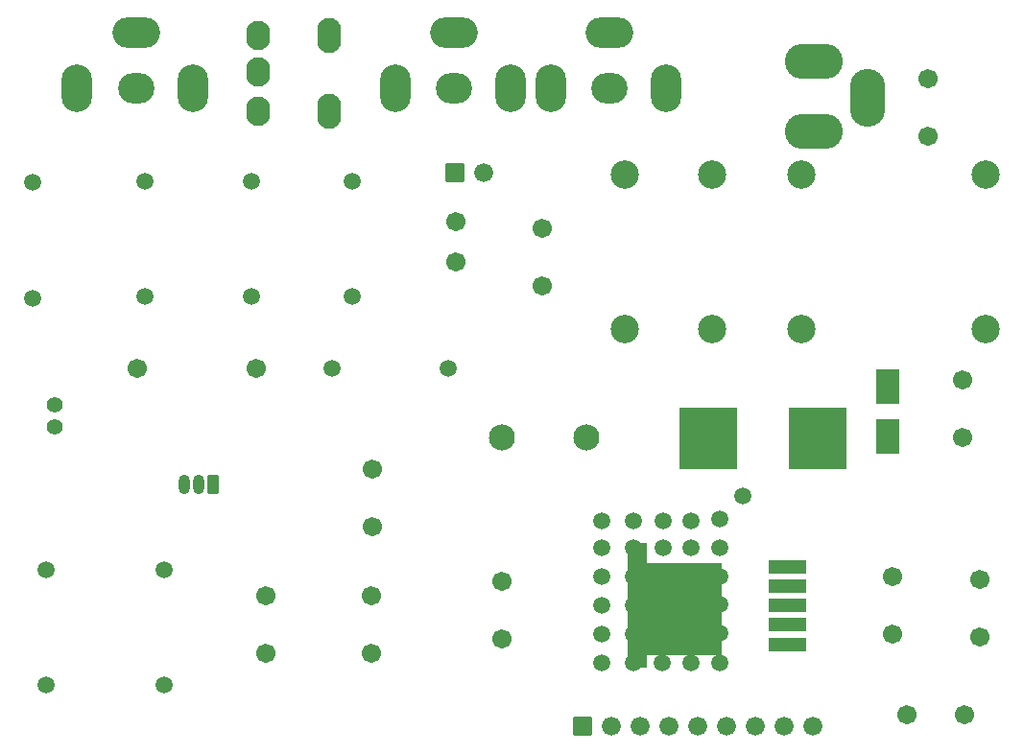
<source format=gbs>
G04 Layer: BottomSolderMaskLayer*
G04 EasyEDA v6.5.42, 2024-03-05 11:07:17*
G04 3b4d56fbe8a64d45884a67d00f8a37e5,a2f4cb7aa3704937908c5b59a0d1150c,10*
G04 Gerber Generator version 0.2*
G04 Scale: 100 percent, Rotated: No, Reflected: No *
G04 Dimensions in millimeters *
G04 leading zeros omitted , absolute positions ,4 integer and 5 decimal *
%FSLAX45Y45*%
%MOMM*%

%AMMACRO1*1,1,$1,$2,$3*1,1,$1,$4,$5*1,1,$1,0-$2,0-$3*1,1,$1,0-$4,0-$5*20,1,$1,$2,$3,$4,$5,0*20,1,$1,$4,$5,0-$2,0-$3,0*20,1,$1,0-$2,0-$3,0-$4,0-$5,0*20,1,$1,0-$4,0-$5,$2,$3,0*4,1,4,$2,$3,$4,$5,0-$2,0-$3,0-$4,0-$5,$2,$3,0*%
%AMMACRO2*4,1,8,-4.114,-5.511,-4.114,5.511,-2.49,5.511,-2.49,3.733,4.114,3.733,4.114,-4.3675,-2.49,-4.3675,-2.49,-5.511,-4.114,-5.511,0*%
%ADD10C,1.5016*%
%ADD11C,2.3016*%
%ADD12C,1.7016*%
%ADD13C,1.4016*%
%ADD14O,2.101596X3.1015939999999995*%
%ADD15O,2.101596X2.601595*%
%ADD16O,3.2031940000000003X2.703195*%
%ADD17O,2.703195X4.2031920000000005*%
%ADD18O,4.2031920000000005X2.703195*%
%ADD19C,2.5016*%
%ADD20O,5.10159X3.101594*%
%ADD21O,3.101594X5.10159*%
%ADD22MACRO1,0.1016X-0.7874X-0.7874X0.7874X-0.7874*%
%ADD23C,1.6764*%
%ADD24MACRO1,0.1016X-2.5X2.7X2.5X2.7*%
%ADD25O,1.0015981999999999X1.7015968*%
%ADD26MACRO1,0.1016X0.45X0.8X-0.45X0.8*%
%ADD27MACRO1,0.1016X1.6X0.575X-1.6X0.575*%
%ADD28MACRO2*%
%ADD29R,2.1016X3.1016*%

%LPD*%
D10*
G01*
X4978400Y4701006D03*
G01*
X4978400Y3680993D03*
D11*
G01*
X7956219Y5867400D03*
G01*
X8706205Y5867400D03*
D12*
G01*
X11404600Y4635500D03*
G01*
X11404600Y4127500D03*
G01*
X7962900Y4089400D03*
G01*
X7962900Y4597400D03*
G01*
X8318500Y7708900D03*
G01*
X8318500Y7200900D03*
G01*
X12179300Y4102100D03*
G01*
X12179300Y4610100D03*
G01*
X5880100Y3962400D03*
G01*
X5880100Y4470400D03*
G01*
X6807200Y4470400D03*
G01*
X6807200Y3962400D03*
G01*
X12026900Y6375400D03*
G01*
X12026900Y5867400D03*
G01*
X6819900Y5588000D03*
G01*
X6819900Y5080000D03*
G01*
X11531600Y3416300D03*
G01*
X12039600Y3416300D03*
G01*
X11722100Y9029700D03*
G01*
X11722100Y8521700D03*
G01*
X7556500Y7769605D03*
G01*
X7556500Y7419594D03*
D13*
G01*
X4013200Y6157899D03*
G01*
X4013200Y5957900D03*
D14*
G01*
X6436410Y8745499D03*
G01*
X6436410Y9415500D03*
D15*
G01*
X5806389Y9095511D03*
G01*
X5806389Y8745499D03*
G01*
X5806389Y9415500D03*
D16*
G01*
X8911488Y8948902D03*
D17*
G01*
X9411487Y8948902D03*
G01*
X8391499Y8948902D03*
D18*
G01*
X8911488Y9436100D03*
D16*
G01*
X7539888Y8948902D03*
D17*
G01*
X8039887Y8948902D03*
G01*
X7019899Y8948902D03*
D18*
G01*
X7539888Y9436100D03*
D16*
G01*
X4733188Y8948902D03*
D17*
G01*
X5233187Y8948902D03*
G01*
X4213199Y8948902D03*
D18*
G01*
X4733188Y9436100D03*
D19*
G01*
X10604500Y6825691D03*
G01*
X10604500Y8185708D03*
G01*
X9817100Y6825691D03*
G01*
X9817100Y8185708D03*
G01*
X9042400Y8185708D03*
G01*
X9042400Y6825691D03*
G01*
X12230100Y8185708D03*
G01*
X12230100Y6825691D03*
D20*
G01*
X10712424Y8567318D03*
G01*
X10712399Y9187281D03*
D21*
G01*
X11182426Y8867292D03*
D22*
G01*
X8674100Y3314700D03*
D23*
G01*
X8928100Y3314700D03*
G01*
X9182100Y3314700D03*
G01*
X9436100Y3314700D03*
G01*
X9690100Y3314700D03*
G01*
X9944100Y3314700D03*
G01*
X10198100Y3314700D03*
G01*
X10452100Y3314700D03*
G01*
X10706100Y3314700D03*
D24*
G01*
X10746587Y5854700D03*
G01*
X9776612Y5854700D03*
D25*
G01*
X5156200Y5448300D03*
G01*
X5283200Y5448300D03*
D26*
G01*
X5410198Y5448300D03*
D12*
G01*
X4745507Y6477000D03*
G01*
X5795518Y6477000D03*
D10*
G01*
X6462293Y6477000D03*
G01*
X7482306Y6477000D03*
G01*
X6642100Y8130006D03*
G01*
X6642100Y7109993D03*
G01*
X3822700Y8117306D03*
G01*
X3822700Y7097293D03*
G01*
X4813300Y8130006D03*
G01*
X4813300Y7109993D03*
G01*
X5753100Y8130006D03*
G01*
X5753100Y7109993D03*
G01*
X3937000Y4701006D03*
G01*
X3937000Y3680993D03*
D27*
G01*
X10482976Y4041140D03*
G01*
X10482976Y4211319D03*
G01*
X10482976Y4551680D03*
G01*
X10482976Y4381500D03*
G01*
X10482976Y4721859D03*
D28*
G01*
X9481438Y4381500D03*
D29*
G01*
X11366500Y5876010D03*
G01*
X11366500Y6315989D03*
D10*
G01*
X9118600Y4889500D03*
G01*
X9118600Y4635500D03*
G01*
X9118600Y4381500D03*
G01*
X9118600Y4127500D03*
G01*
X9118600Y3873500D03*
G01*
X9372600Y3873500D03*
G01*
X9626600Y3873500D03*
G01*
X9880600Y3873500D03*
G01*
X9880600Y4140200D03*
G01*
X9880600Y4394200D03*
G01*
X9880600Y4635500D03*
G01*
X9880600Y4889500D03*
G01*
X9626600Y4889500D03*
G01*
X9385300Y4889500D03*
G01*
X9372600Y4635500D03*
G01*
X9372600Y4381500D03*
G01*
X9372600Y4127500D03*
G01*
X9626600Y4127500D03*
G01*
X9626600Y4381500D03*
G01*
X9626600Y4635500D03*
G01*
X9118600Y5130800D03*
G01*
X9385300Y5130800D03*
G01*
X9626600Y5130800D03*
G01*
X9880600Y5143500D03*
G01*
X8839200Y5130800D03*
G01*
X8839200Y4889500D03*
G01*
X8839200Y4635500D03*
G01*
X8839200Y4381500D03*
G01*
X8839200Y4127500D03*
G01*
X8839200Y3873500D03*
G01*
X10083800Y5346700D03*
D22*
G01*
X7543800Y8204200D03*
D23*
G01*
X7797800Y8204200D03*
M02*

</source>
